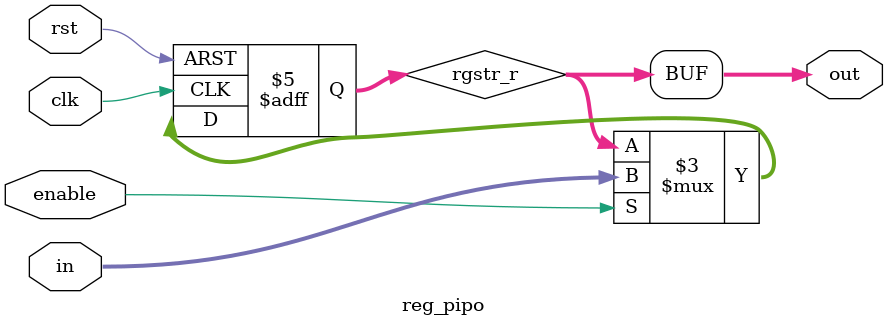
<source format=sv>

module reg_pipo #(parameter DW = 4) (
input               clk,
input               rst,
input               enable,
input  [DW-1:0]     in,
output [DW-1:0]     out
);

logic [DW-1:0]      rgstr_r;

always_ff@(posedge clk or negedge rst)
begin: register_label
    if(!rst)
        rgstr_r  <= 1'b0;
    else if (enable)
        rgstr_r  <= in;
end:register_label

assign out = rgstr_r;

endmodule

</source>
